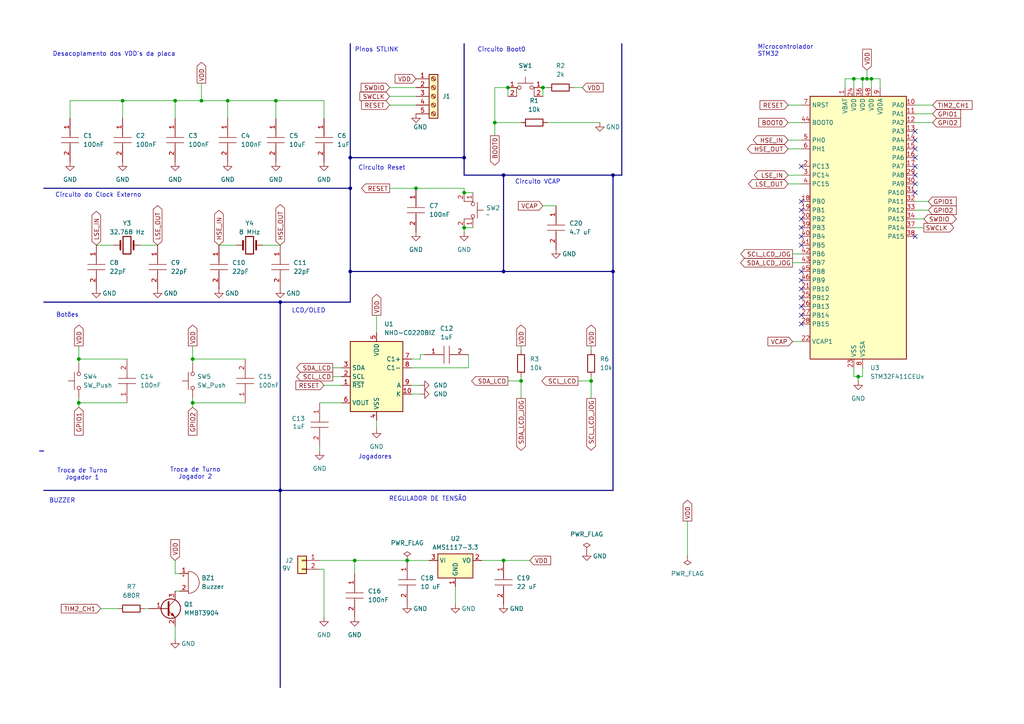
<source format=kicad_sch>
(kicad_sch (version 20231120) (generator "eeschema") (generator_version "8.0")
  (paper "A4")
  (lib_symbols
    (symbol "C0402C101KCGACAUTO:C0402C101KCGACAUTO" (pin_names (offset 0.762))
      (property "Reference" "C" (at 8.89 6.35 0))
      (property "Value" "C0402C101KCGACAUTO" (at 8.89 3.81 0))
      (symbol "C0402C101KCGACAUTO_0_0"
        (pin passive line (at 0 0 0) (length 5.08) (name "~") (number "1"))
        (pin passive line (at 12.7 0 180) (length 5.08) (name "~") (number "2"))
      )
    )
    (symbol "Connector:Screw_Terminal_01x05" (pin_names (offset 1.016) hide)
      (property "Reference" "J" (at 0 7.62 0))
      (property "Value" "Screw_Terminal_01x05" (at 0 -7.62 0))
      (symbol "Screw_Terminal_01x05_1_1"
        (pin passive line (at -5.08 5.08 0) (length 3.81) (name "Pin_1") (number "1"))
        (pin passive line (at -5.08 2.54 0) (length 3.81) (name "Pin_2") (number "2"))
        (pin passive line (at -5.08 0 0) (length 3.81) (name "Pin_3") (number "3"))
        (pin passive line (at -5.08 -2.54 0) (length 3.81) (name "Pin_4") (number "4"))
        (pin passive line (at -5.08 -5.08 0) (length 3.81) (name "Pin_5") (number "5"))
      )
    )
    (symbol "Connector_Generic:Conn_01x02" (pin_names (offset 1.016) hide)
      (property "Reference" "J" (at 0 2.54 0))
      (property "Value" "Conn_01x02" (at 0 -5.08 0))
      (symbol "Conn_01x02_1_1"
        (pin passive line (at -5.08 0 0) (length 3.81) (name "Pin_1") (number "1"))
        (pin passive line (at -5.08 -2.54 0) (length 3.81) (name "Pin_2") (number "2"))
      )
    )
    (symbol "Device:Buzzer" (pin_names (offset 0.0254) hide)
      (property "Reference" "BZ" (at 3.81 1.27 0))
      (property "Value" "Buzzer" (at 3.81 -1.27 0))
      (symbol "Buzzer_1_1"
        (pin passive line (at -2.54 2.54 0) (length 2.54) (name "+") (number "1"))
        (pin passive line (at -2.54 -2.54 0) (length 2.54) (name "-") (number "2"))
      )
    )
    (symbol "Device:Crystal" (pin_numbers hide) (pin_names (offset 1.016) hide)
      (property "Reference" "Y" (at 0 3.81 0))
      (property "Value" "Crystal" (at 0 -3.81 0))
      (symbol "Crystal_1_1"
        (pin passive line (at -3.81 0 0) (length 1.27) (name "1") (number "1"))
        (pin passive line (at 3.81 0 180) (length 1.27) (name "2") (number "2"))
      )
    )
    (symbol "Device:R" (pin_numbers hide) (pin_names (offset 0))
      (property "Reference" "R" (at 2.032 0 90))
      (property "Value" "R" (at 0 0 90))
      (symbol "R_1_1"
        (pin passive line (at 0 3.81 270) (length 1.27) (name "~") (number "1"))
        (pin passive line (at 0 -3.81 90) (length 1.27) (name "~") (number "2"))
      )
    )
    (symbol "Display_Character:NHD-C0220BIZ"
      (property "Reference" "U" (at -6.35 11.43 0))
      (property "Value" "NHD-C0220BIZ" (at 8.89 11.43 0))
      (symbol "NHD-C0220BIZ_1_1"
        (pin input line (at -10.16 -2.54 0) (length 2.54) (name "~{RST}") (number "1"))
        (pin passive line (at 10.16 -5.08 180) (length 2.54) (name "K") (number "10"))
        (pin input line (at -10.16 0 0) (length 2.54) (name "SCL") (number "2"))
        (pin bidirectional line (at -10.16 2.54 0) (length 2.54) (name "SDA") (number "3"))
        (pin power_in line (at 0 -12.7 90) (length 2.54) (name "VSS") (number "4"))
        (pin power_in line (at 0 12.7 270) (length 2.54) (name "VDD") (number "5"))
        (pin passive line (at -10.16 -7.62 0) (length 2.54) (name "VOUT") (number "6"))
        (pin passive line (at 10.16 5.08 180) (length 2.54) (name "C1+") (number "7"))
        (pin passive line (at 10.16 2.54 180) (length 2.54) (name "C1-") (number "8"))
        (pin passive line (at 10.16 -2.54 180) (length 2.54) (name "A") (number "9"))
      )
    )
    (symbol "MCU_ST_STM32F4:STM32F411CEUx"
      (property "Reference" "U" (at -12.7 39.37 0))
      (property "Value" "STM32F411CEUx" (at 10.16 39.37 0))
      (symbol "STM32F411CEUx_1_1"
        (pin power_in line (at -2.54 40.64 270) (length 2.54) (name "VBAT") (number "1"))
        (pin bidirectional line (at 17.78 35.56 180) (length 2.54) (name "PA0") (number "10"))
        (pin bidirectional line (at 17.78 33.02 180) (length 2.54) (name "PA1") (number "11"))
        (pin bidirectional line (at 17.78 30.48 180) (length 2.54) (name "PA2") (number "12"))
        (pin bidirectional line (at 17.78 27.94 180) (length 2.54) (name "PA3") (number "13"))
        (pin bidirectional line (at 17.78 25.4 180) (length 2.54) (name "PA4") (number "14"))
        (pin bidirectional line (at 17.78 22.86 180) (length 2.54) (name "PA5") (number "15"))
        (pin bidirectional line (at 17.78 20.32 180) (length 2.54) (name "PA6") (number "16"))
        (pin bidirectional line (at 17.78 17.78 180) (length 2.54) (name "PA7") (number "17"))
        (pin bidirectional line (at -15.24 7.62 0) (length 2.54) (name "PB0") (number "18"))
        (pin bidirectional line (at -15.24 5.08 0) (length 2.54) (name "PB1") (number "19"))
        (pin bidirectional line (at -15.24 17.78 0) (length 2.54) (name "PC13") (number "2"))
        (pin bidirectional line (at -15.24 2.54 0) (length 2.54) (name "PB2") (number "20"))
        (pin bidirectional line (at -15.24 -17.78 0) (length 2.54) (name "PB10") (number "21"))
        (pin power_out line (at -15.24 -33.02 0) (length 2.54) (name "VCAP1") (number "22"))
        (pin power_in line (at 0 -40.64 90) (length 2.54) (name "VSS") (number "23"))
        (pin power_in line (at 0 40.64 270) (length 2.54) (name "VDD") (number "24"))
        (pin bidirectional line (at -15.24 -20.32 0) (length 2.54) (name "PB12") (number "25"))
        (pin bidirectional line (at -15.24 -22.86 0) (length 2.54) (name "PB13") (number "26"))
        (pin bidirectional line (at -15.24 -25.4 0) (length 2.54) (name "PB14") (number "27"))
        (pin bidirectional line (at -15.24 -27.94 0) (length 2.54) (name "PB15") (number "28"))
        (pin bidirectional line (at 17.78 15.24 180) (length 2.54) (name "PA8") (number "29"))
        (pin bidirectional line (at -15.24 15.24 0) (length 2.54) (name "PC14") (number "3"))
        (pin bidirectional line (at 17.78 12.7 180) (length 2.54) (name "PA9") (number "30"))
        (pin bidirectional line (at 17.78 10.16 180) (length 2.54) (name "PA10") (number "31"))
        (pin bidirectional line (at 17.78 7.62 180) (length 2.54) (name "PA11") (number "32"))
        (pin bidirectional line (at 17.78 5.08 180) (length 2.54) (name "PA12") (number "33"))
        (pin bidirectional line (at 17.78 2.54 180) (length 2.54) (name "PA13") (number "34"))
        (pin passive line (at 0 -40.64 90) (length 2.54) hide (name "VSS") (number "35"))
        (pin power_in line (at 2.54 40.64 270) (length 2.54) (name "VDD") (number "36"))
        (pin bidirectional line (at 17.78 0 180) (length 2.54) (name "PA14") (number "37"))
        (pin bidirectional line (at 17.78 -2.54 180) (length 2.54) (name "PA15") (number "38"))
        (pin bidirectional line (at -15.24 0 0) (length 2.54) (name "PB3") (number "39"))
        (pin bidirectional line (at -15.24 12.7 0) (length 2.54) (name "PC15") (number "4"))
        (pin bidirectional line (at -15.24 -2.54 0) (length 2.54) (name "PB4") (number "40"))
        (pin bidirectional line (at -15.24 -5.08 0) (length 2.54) (name "PB5") (number "41"))
        (pin bidirectional line (at -15.24 -7.62 0) (length 2.54) (name "PB6") (number "42"))
        (pin bidirectional line (at -15.24 -10.16 0) (length 2.54) (name "PB7") (number "43"))
        (pin input line (at -15.24 30.48 0) (length 2.54) (name "BOOT0") (number "44"))
        (pin bidirectional line (at -15.24 -12.7 0) (length 2.54) (name "PB8") (number "45"))
        (pin bidirectional line (at -15.24 -15.24 0) (length 2.54) (name "PB9") (number "46"))
        (pin passive line (at 0 -40.64 90) (length 2.54) hide (name "VSS") (number "47"))
        (pin power_in line (at 5.08 40.64 270) (length 2.54) (name "VDD") (number "48"))
        (pin passive line (at 0 -40.64 90) (length 2.54) hide (name "VSS") (number "49"))
        (pin bidirectional line (at -15.24 25.4 0) (length 2.54) (name "PH0") (number "5"))
        (pin bidirectional line (at -15.24 22.86 0) (length 2.54) (name "PH1") (number "6"))
        (pin input line (at -15.24 35.56 0) (length 2.54) (name "NRST") (number "7"))
        (pin power_in line (at 2.54 -40.64 90) (length 2.54) (name "VSSA") (number "8"))
        (pin power_in line (at 7.62 40.64 270) (length 2.54) (name "VDDA") (number "9"))
      )
    )
    (symbol "Regulator_Linear:AMS1117-3.3"
      (property "Reference" "U" (at -3.81 3.175 0))
      (property "Value" "AMS1117-3.3" (at 0 3.175 0))
      (symbol "AMS1117-3.3_1_1"
        (pin power_in line (at 0 -7.62 90) (length 2.54) (name "GND") (number "1"))
        (pin power_out line (at 7.62 0 180) (length 2.54) (name "VO") (number "2"))
        (pin power_in line (at -7.62 0 0) (length 2.54) (name "VI") (number "3"))
      )
    )
    (symbol "Switch:SW_MEC_5E" (pin_names (offset 1.016) hide)
      (property "Reference" "SW" (at 0.635 5.715 0))
      (property "Value" "SW_MEC_5E" (at 0 -3.175 0))
      (symbol "SW_MEC_5E_0_1"
        (pin passive line (at -5.08 2.54 0) (length 2.54) (name "1") (number "1"))
        (pin passive line (at -5.08 0 0) (length 2.54) (name "2") (number "2"))
      )
      (symbol "SW_MEC_5E_1_1"
        (pin passive line (at 5.08 2.54 180) (length 2.54) (name "A") (number "1"))
        (pin passive line (at 5.08 0 180) (length 2.54) (name "K") (number "2"))
      )
    )
    (symbol "Switch:SW_Push" (pin_numbers hide) (pin_names (offset 1.016) hide)
      (property "Reference" "SW" (at 1.27 2.54 0))
      (property "Value" "SW_Push" (at 0 -1.524 0))
      (symbol "SW_Push_0_1"
        (pin passive line (at -5.08 0 0) (length 2.54) (name "1") (number "1"))
        (pin passive line (at 5.08 0 180) (length 2.54) (name "2") (number "2"))
      )
    )
    (symbol "Transistor_BJT:MMBT3904" (pin_names (offset 0) hide)
      (property "Reference" "Q" (at 5.08 1.905 0))
      (property "Value" "MMBT3904" (at 5.08 0 0))
      (symbol "MMBT3904_1_1"
        (pin input line (at -5.08 0 0) (length 5.715) (name "B") (number "1"))
        (pin passive line (at 2.54 -5.08 90) (length 2.54) (name "E") (number "2"))
        (pin passive line (at 2.54 5.08 270) (length 2.54) (name "C") (number "3"))
      )
    )
    (symbol "power:GND" (power) (pin_names (offset 0))
      (property "Value" "GND" (at 0 -3.81 0))
      (symbol "GND_1_1"
        (pin power_in line (at 0 0 270) (length 0) hide (name "GND") (number "1"))
      )
    )
    (symbol "power:PWR_FLAG" (power) (pin_numbers hide) (pin_names (offset 0) hide)
      (property "Value" "PWR_FLAG" (at 0 3.81 0))
      (symbol "PWR_FLAG_0_0"
        (pin power_out line (at 0 0 90) (length 0) (name "~") (number "1"))
      )
    )
  )
  (junction (at 250.19 22.86))
  (junction (at 251.46 22.86))
  (junction (at 177.8 78.74))
  (junction (at 80.01 29.21))
  (junction (at 157.48 25.4))
  (junction (at 58.42 29.21))
  (junction (at 146.05 162.56))
  (junction (at 247.65 22.86))
  (junction (at 120.65 54.61))
  (junction (at 101.6 54.61))
  (junction (at 66.04 29.21))
  (junction (at 134.62 66.04))
  (junction (at 147.32 25.4))
  (junction (at 134.62 55.88))
  (junction (at 248.92 109.22))
  (junction (at 146.05 78.74))
  (junction (at 101.6 78.74))
  (junction (at 81.28 87.63))
  (junction (at 55.88 116.84))
  (junction (at 177.8 50.8))
  (junction (at 81.28 142.24))
  (junction (at 22.86 104.14))
  (junction (at 22.86 116.84))
  (junction (at 252.73 22.86))
  (junction (at 50.8 29.21))
  (junction (at 171.45 110.49))
  (junction (at 101.6 45.72))
  (junction (at 134.62 45.72))
  (junction (at 35.56 29.21))
  (junction (at 143.51 35.56))
  (junction (at 118.11 162.56))
  (junction (at 146.05 50.8))
  (junction (at 151.13 110.49))
  (junction (at 55.88 104.14))
  (junction (at 102.87 162.56))
  (no_connect (at 265.43 68.58))
  (no_connect (at 232.41 63.5))
  (no_connect (at 232.41 71.12))
  (no_connect (at 265.43 40.64))
  (no_connect (at 232.41 60.96))
  (no_connect (at 232.41 86.36))
  (no_connect (at 265.43 38.1))
  (no_connect (at 232.41 93.98))
  (no_connect (at 265.43 55.88))
  (no_connect (at 232.41 81.28))
  (no_connect (at 232.41 88.9))
  (no_connect (at 232.41 58.42))
  (no_connect (at 232.41 78.74))
  (no_connect (at 265.43 48.26))
  (no_connect (at 265.43 43.18))
  (no_connect (at 232.41 68.58))
  (no_connect (at 232.41 48.26))
  (no_connect (at 265.43 53.34))
  (no_connect (at 265.43 50.8))
  (no_connect (at 232.41 83.82))
  (no_connect (at 265.43 45.72))
  (no_connect (at 232.41 91.44))
  (no_connect (at 232.41 66.04))
  (wire (pts (xy 121.92 102.87) (xy 123.19 102.87)))
  (wire (pts (xy 151.13 110.49) (xy 147.32 110.49)))
  (wire (pts (xy 199.39 151.13) (xy 199.39 161.29)))
  (bus (pts (xy 81.28 87.63) (xy 101.6 87.63)))
  (wire (pts (xy 146.05 162.56) (xy 153.67 162.56)))
  (bus (pts (xy 12.7 54.61) (xy 101.6 54.61)))
  (bus (pts (xy 101.6 78.74) (xy 146.05 78.74)))
  (wire (pts (xy 250.19 25.4) (xy 250.19 22.86)))
  (wire (pts (xy 120.65 25.4) (xy 113.03 25.4)))
  (wire (pts (xy 92.71 165.1) (xy 93.98 165.1)))
  (wire (pts (xy 22.86 116.84) (xy 36.83 116.84)))
  (bus (pts (xy 134.62 50.8) (xy 134.62 45.72)))
  (polyline (pts (xy 11.43 130.81) (xy 12.7 130.81)))
  (wire (pts (xy 248.92 109.22) (xy 248.92 110.49)))
  (wire (pts (xy 119.38 111.76) (xy 121.92 111.76)))
  (wire (pts (xy 119.38 114.3) (xy 121.92 114.3)))
  (wire (pts (xy 171.45 109.22) (xy 171.45 110.49)))
  (bus (pts (xy 81.28 142.24) (xy 81.28 199.39)))
  (wire (pts (xy 229.87 76.2) (xy 232.41 76.2)))
  (wire (pts (xy 50.8 181.61) (xy 50.8 185.42)))
  (wire (pts (xy 92.71 129.54) (xy 92.71 130.81)))
  (bus (pts (xy 12.7 142.24) (xy 81.28 142.24)))
  (bus (pts (xy 101.6 78.74) (xy 101.6 87.63)))
  (wire (pts (xy 22.86 116.84) (xy 22.86 118.11)))
  (wire (pts (xy 252.73 25.4) (xy 252.73 22.86)))
  (wire (pts (xy 50.8 162.56) (xy 50.8 166.37)))
  (bus (pts (xy 146.05 78.74) (xy 177.8 78.74)))
  (wire (pts (xy 158.75 35.56) (xy 173.99 35.56)))
  (wire (pts (xy 109.22 91.44) (xy 109.22 96.52)))
  (wire (pts (xy 119.38 106.68) (xy 135.89 106.68)))
  (wire (pts (xy 229.87 99.06) (xy 232.41 99.06)))
  (wire (pts (xy 255.27 25.4) (xy 255.27 22.86)))
  (wire (pts (xy 92.71 162.56) (xy 102.87 162.56)))
  (bus (pts (xy 101.6 45.72) (xy 134.62 45.72)))
  (wire (pts (xy 22.86 104.14) (xy 36.83 104.14)))
  (wire (pts (xy 35.56 29.21) (xy 20.32 29.21)))
  (wire (pts (xy 92.71 116.84) (xy 99.06 116.84)))
  (wire (pts (xy 143.51 35.56) (xy 143.51 25.4)))
  (polyline (pts (xy 11.43 130.81) (xy 12.7 130.81)))
  (wire (pts (xy 80.01 34.29) (xy 80.01 29.21)))
  (wire (pts (xy 50.8 29.21) (xy 58.42 29.21)))
  (wire (pts (xy 134.62 55.88) (xy 137.16 55.88)))
  (bus (pts (xy 101.6 12.7) (xy 101.6 45.72)))
  (wire (pts (xy 265.43 35.56) (xy 270.51 35.56)))
  (wire (pts (xy 265.43 60.96) (xy 269.24 60.96)))
  (wire (pts (xy 267.97 63.5) (xy 265.43 63.5)))
  (wire (pts (xy 93.98 34.29) (xy 93.98 29.21)))
  (wire (pts (xy 93.98 165.1) (xy 93.98 179.07)))
  (wire (pts (xy 247.65 106.68) (xy 247.65 109.22)))
  (wire (pts (xy 29.21 176.53) (xy 34.29 176.53)))
  (wire (pts (xy 27.94 71.12) (xy 33.02 71.12)))
  (bus (pts (xy 134.62 50.8) (xy 146.05 50.8)))
  (wire (pts (xy 20.32 29.21) (xy 20.32 34.29)))
  (wire (pts (xy 40.64 71.12) (xy 45.72 71.12)))
  (wire (pts (xy 134.62 66.04) (xy 137.16 66.04)))
  (wire (pts (xy 102.87 162.56) (xy 102.87 166.37)))
  (wire (pts (xy 80.01 29.21) (xy 66.04 29.21)))
  (wire (pts (xy 113.03 30.48) (xy 120.65 30.48)))
  (wire (pts (xy 252.73 22.86) (xy 255.27 22.86)))
  (wire (pts (xy 251.46 20.32) (xy 251.46 22.86)))
  (wire (pts (xy 265.43 58.42) (xy 269.24 58.42)))
  (wire (pts (xy 228.6 53.34) (xy 232.41 53.34)))
  (wire (pts (xy 120.65 27.94) (xy 113.03 27.94)))
  (wire (pts (xy 228.6 43.18) (xy 232.41 43.18)))
  (wire (pts (xy 250.19 106.68) (xy 250.19 109.22)))
  (polyline (pts (xy 11.43 130.81) (xy 12.7 130.81)))
  (wire (pts (xy 22.86 115.57) (xy 22.86 116.84)))
  (wire (pts (xy 171.45 100.33) (xy 171.45 101.6)))
  (wire (pts (xy 55.88 104.14) (xy 55.88 105.41)))
  (wire (pts (xy 245.11 25.4) (xy 245.11 22.86)))
  (wire (pts (xy 229.87 73.66) (xy 232.41 73.66)))
  (wire (pts (xy 157.48 25.4) (xy 157.48 27.94)))
  (wire (pts (xy 132.08 170.18) (xy 132.08 175.26)))
  (wire (pts (xy 55.88 116.84) (xy 55.88 118.11)))
  (wire (pts (xy 134.62 55.88) (xy 134.62 54.61)))
  (wire (pts (xy 96.52 106.68) (xy 99.06 106.68)))
  (wire (pts (xy 151.13 110.49) (xy 151.13 115.57)))
  (wire (pts (xy 143.51 39.37) (xy 143.51 35.56)))
  (wire (pts (xy 228.6 50.8) (xy 232.41 50.8)))
  (wire (pts (xy 228.6 40.64) (xy 232.41 40.64)))
  (wire (pts (xy 134.62 66.04) (xy 134.62 67.31)))
  (wire (pts (xy 102.87 162.56) (xy 118.11 162.56)))
  (wire (pts (xy 121.92 102.87) (xy 121.92 104.14)))
  (wire (pts (xy 166.37 25.4) (xy 168.91 25.4)))
  (wire (pts (xy 228.6 35.56) (xy 232.41 35.56)))
  (wire (pts (xy 134.62 54.61) (xy 120.65 54.61)))
  (wire (pts (xy 41.91 176.53) (xy 43.18 176.53)))
  (wire (pts (xy 58.42 29.21) (xy 66.04 29.21)))
  (wire (pts (xy 157.48 25.4) (xy 158.75 25.4)))
  (wire (pts (xy 151.13 109.22) (xy 151.13 110.49)))
  (wire (pts (xy 22.86 100.33) (xy 22.86 104.14)))
  (wire (pts (xy 157.48 59.69) (xy 161.29 59.69)))
  (wire (pts (xy 55.88 115.57) (xy 55.88 116.84)))
  (wire (pts (xy 81.28 71.12) (xy 76.2 71.12)))
  (wire (pts (xy 55.88 116.84) (xy 71.12 116.84)))
  (wire (pts (xy 147.32 25.4) (xy 147.32 27.94)))
  (bus (pts (xy 146.05 50.8) (xy 177.8 50.8)))
  (wire (pts (xy 35.56 29.21) (xy 50.8 29.21)))
  (wire (pts (xy 171.45 110.49) (xy 171.45 115.57)))
  (wire (pts (xy 250.19 22.86) (xy 251.46 22.86)))
  (wire (pts (xy 121.92 104.14) (xy 119.38 104.14)))
  (wire (pts (xy 93.98 29.21) (xy 80.01 29.21)))
  (wire (pts (xy 248.92 109.22) (xy 247.65 109.22)))
  (wire (pts (xy 143.51 35.56) (xy 151.13 35.56)))
  (wire (pts (xy 228.6 30.48) (xy 232.41 30.48)))
  (bus (pts (xy 81.28 87.63) (xy 81.28 142.24)))
  (bus (pts (xy 180.34 12.7) (xy 180.34 50.8)))
  (wire (pts (xy 118.11 162.56) (xy 124.46 162.56)))
  (wire (pts (xy 139.7 162.56) (xy 146.05 162.56)))
  (wire (pts (xy 35.56 34.29) (xy 35.56 29.21)))
  (bus (pts (xy 101.6 45.72) (xy 101.6 54.61)))
  (wire (pts (xy 247.65 22.86) (xy 250.19 22.86)))
  (wire (pts (xy 96.52 109.22) (xy 99.06 109.22)))
  (bus (pts (xy 177.8 50.8) (xy 180.34 50.8)))
  (wire (pts (xy 135.89 106.68) (xy 135.89 102.87)))
  (wire (pts (xy 151.13 100.33) (xy 151.13 101.6)))
  (wire (pts (xy 109.22 124.46) (xy 109.22 121.92)))
  (wire (pts (xy 50.8 171.45) (xy 52.07 171.45)))
  (bus (pts (xy 134.62 12.7) (xy 134.62 45.72)))
  (wire (pts (xy 50.8 166.37) (xy 52.07 166.37)))
  (bus (pts (xy 177.8 78.74) (xy 177.8 142.24)))
  (bus (pts (xy 177.8 50.8) (xy 177.8 78.74)))
  (wire (pts (xy 267.97 66.04) (xy 265.43 66.04)))
  (bus (pts (xy 101.6 54.61) (xy 101.6 78.74)))
  (wire (pts (xy 63.5 71.12) (xy 68.58 71.12)))
  (wire (pts (xy 247.65 25.4) (xy 247.65 22.86)))
  (wire (pts (xy 265.43 30.48) (xy 270.51 30.48)))
  (bus (pts (xy 81.28 142.24) (xy 177.8 142.24)))
  (wire (pts (xy 93.98 111.76) (xy 99.06 111.76)))
  (wire (pts (xy 171.45 110.49) (xy 167.64 110.49)))
  (wire (pts (xy 55.88 104.14) (xy 71.12 104.14)))
  (wire (pts (xy 22.86 104.14) (xy 22.86 105.41)))
  (bus (pts (xy 12.7 87.63) (xy 81.28 87.63)))
  (wire (pts (xy 245.11 22.86) (xy 247.65 22.86)))
  (bus (pts (xy 146.05 50.8) (xy 146.05 78.74)))
  (wire (pts (xy 58.42 24.13) (xy 58.42 29.21)))
  (wire (pts (xy 66.04 34.29) (xy 66.04 29.21)))
  (wire (pts (xy 55.88 100.33) (xy 55.88 104.14)))
  (wire (pts (xy 143.51 25.4) (xy 147.32 25.4)))
  (wire (pts (xy 120.65 54.61) (xy 113.03 54.61)))
  (wire (pts (xy 50.8 34.29) (xy 50.8 29.21)))
  (wire (pts (xy 251.46 22.86) (xy 252.73 22.86)))
  (wire (pts (xy 250.19 109.22) (xy 248.92 109.22)))
  (wire (pts (xy 265.43 33.02) (xy 270.51 33.02)))
  (text "Troca de Turno\nJogador 2\n\n\n\n\n\n" (at 56.642 142.494 0) (effects (font (size 1.27 1.27))))
  (text "Microcontrolador\nSTM32\n" (at 219.71 16.51 0) (effects (font (size 1.27 1.27)) (justify left bottom)))
  (text "Botões\n\n" (at 16.256 94.234 0) (effects (font (size 1.27 1.27)) (justify left bottom)))
  (text "Circuito Boot0\n" (at 138.43 15.24 0) (effects (font (size 1.27 1.27)) (justify left bottom)))
  (text "Pinos STLINK\n" (at 102.87 15.24 0) (effects (font (size 1.27 1.27)) (justify left bottom)))
  (text "Circuito Reset\n" (at 103.886 49.53 0) (effects (font (size 1.27 1.27)) (justify left bottom)))
  (text "Circuito VCAP\n\n" (at 149.352 55.626 0) (effects (font (size 1.27 1.27)) (justify left bottom)))
  (text "LCD/OLED\n" (at 84.582 90.932 0) (effects (font (size 1.27 1.27)) (justify left bottom)))
  (text "Troca de Turno\nJogador 1\n\n\n\n\n\n\n" (at 23.876 143.764 0) (effects (font (size 1.27 1.27))))
  (text "Desacoplamento dos VDD's da placa\n" (at 15.24 16.51 0) (effects (font (size 1.27 1.27)) (justify left bottom)))
  (text "Jogadores\n\n\n" (at 103.886 137.414 0) (effects (font (size 1.27 1.27)) (justify left bottom)))
  (text "BUZZER" (at 14.224 146.05 0) (effects (font (size 1.27 1.27)) (justify left bottom)))
  (text "REGULADOR DE TENSÂO" (at 112.776 145.542 0) (effects (font (size 1.27 1.27)) (justify left bottom)))
  (text "Circuito do Clock Externo\n\n" (at 16.002 59.436 0) (effects (font (size 1.27 1.27)) (justify left bottom)))
  (global_label "GPIO1" (shape input) (at 22.86 118.11 270) (property "Intersheetrefs" "${INTERSHEET_REFS}" (effects (hide yes))))
  (global_label "VDD" (shape input) (at 168.91 25.4 0) (property "Intersheetrefs" "${INTERSHEET_REFS}" (effects (hide yes))))
  (global_label "SWCLK" (shape input) (at 113.03 27.94 180) (property "Intersheetrefs" "${INTERSHEET_REFS}" (effects (hide yes))))
  (global_label "HSE_IN" (shape bidirectional) (at 63.5 71.12 90) (property "Intersheetrefs" "${INTERSHEET_REFS}" (effects (hide yes))))
  (global_label "VDD" (shape input) (at 153.67 162.56 0) (property "Intersheetrefs" "${INTERSHEET_REFS}" (effects (hide yes))))
  (global_label "LSE_IN" (shape bidirectional) (at 228.6 50.8 180) (property "Intersheetrefs" "${INTERSHEET_REFS}" (effects (hide yes))))
  (global_label "GPIO2" (shape input) (at 270.51 35.56 0) (property "Intersheetrefs" "${INTERSHEET_REFS}" (effects (hide yes))))
  (global_label "BOOT0" (shape output) (at 143.51 39.37 270) (property "Intersheetrefs" "${INTERSHEET_REFS}" (effects (hide yes))))
  (global_label "SCL_LCD" (shape output) (at 167.64 110.49 180) (property "Intersheetrefs" "${INTERSHEET_REFS}" (effects (hide yes))))
  (global_label "VCAP" (shape input) (at 229.87 99.06 180) (property "Intersheetrefs" "${INTERSHEET_REFS}" (effects (hide yes))))
  (global_label "VDD" (shape output) (at 22.86 100.33 90) (property "Intersheetrefs" "${INTERSHEET_REFS}" (effects (hide yes))))
  (global_label "TIM2_CH1" (shape input) (at 29.21 176.53 180) (property "Intersheetrefs" "${INTERSHEET_REFS}" (effects (hide yes))))
  (global_label "LSE_IN" (shape bidirectional) (at 27.94 71.12 90) (property "Intersheetrefs" "${INTERSHEET_REFS}" (effects (hide yes))))
  (global_label "HSE_OUT" (shape bidirectional) (at 81.28 71.12 90) (property "Intersheetrefs" "${INTERSHEET_REFS}" (effects (hide yes))))
  (global_label "GPIO2" (shape input) (at 269.24 60.96 0) (property "Intersheetrefs" "${INTERSHEET_REFS}" (effects (hide yes))))
  (global_label "VDD" (shape output) (at 199.39 151.13 90) (property "Intersheetrefs" "${INTERSHEET_REFS}" (effects (hide yes))))
  (global_label "RESET" (shape output) (at 113.03 54.61 180) (property "Intersheetrefs" "${INTERSHEET_REFS}" (effects (hide yes))))
  (global_label "LSE_OUT" (shape bidirectional) (at 45.72 71.12 90) (property "Intersheetrefs" "${INTERSHEET_REFS}" (effects (hide yes))))
  (global_label "SWDIO" (shape bidirectional) (at 267.97 63.5 0) (property "Intersheetrefs" "${INTERSHEET_REFS}" (effects (hide yes))))
  (global_label "RESET" (shape input) (at 93.98 111.76 180) (property "Intersheetrefs" "${INTERSHEET_REFS}" (effects (hide yes))))
  (global_label "SCL_LCD_JOG" (shape output) (at 171.45 115.57 270) (property "Intersheetrefs" "${INTERSHEET_REFS}" (effects (hide yes))))
  (global_label "HSE_OUT" (shape bidirectional) (at 228.6 43.18 180) (property "Intersheetrefs" "${INTERSHEET_REFS}" (effects (hide yes))))
  (global_label "RESET" (shape input) (at 113.03 30.48 180) (property "Intersheetrefs" "${INTERSHEET_REFS}" (effects (hide yes))))
  (global_label "GPIO2" (shape input) (at 55.88 118.11 270) (property "Intersheetrefs" "${INTERSHEET_REFS}" (effects (hide yes))))
  (global_label "SCL_LCD" (shape output) (at 96.52 109.22 180) (property "Intersheetrefs" "${INTERSHEET_REFS}" (effects (hide yes))))
  (global_label "BOOT0" (shape input) (at 228.6 35.56 180) (property "Intersheetrefs" "${INTERSHEET_REFS}" (effects (hide yes))))
  (global_label "HSE_IN" (shape bidirectional) (at 228.6 40.64 180) (property "Intersheetrefs" "${INTERSHEET_REFS}" (effects (hide yes))))
  (global_label "RESET" (shape input) (at 228.6 30.48 180) (property "Intersheetrefs" "${INTERSHEET_REFS}" (effects (hide yes))))
  (global_label "SDA_LCD_JOG" (shape output) (at 229.87 76.2 180) (property "Intersheetrefs" "${INTERSHEET_REFS}" (effects (hide yes))))
  (global_label "VDD" (shape output) (at 109.22 91.44 90) (property "Intersheetrefs" "${INTERSHEET_REFS}" (effects (hide yes))))
  (global_label "SWDIO" (shape input) (at 113.03 25.4 180) (property "Intersheetrefs" "${INTERSHEET_REFS}" (effects (hide yes))))
  (global_label "VDD" (shape input) (at 251.46 20.32 90) (property "Intersheetrefs" "${INTERSHEET_REFS}" (effects (hide yes))))
  (global_label "GPIO1" (shape input) (at 269.24 58.42 0) (property "Intersheetrefs" "${INTERSHEET_REFS}" (effects (hide yes))))
  (global_label "TIM2_CH1" (shape input) (at 270.51 30.48 0) (property "Intersheetrefs" "${INTERSHEET_REFS}" (effects (hide yes))))
  (global_label "SDA_LCD" (shape output) (at 96.52 106.68 180) (property "Intersheetrefs" "${INTERSHEET_REFS}" (effects (hide yes))))
  (global_label "SCL_LCD_JOG" (shape output) (at 229.87 73.66 180) (property "Intersheetrefs" "${INTERSHEET_REFS}" (effects (hide yes))))
  (global_label "SWCLK" (shape output) (at 267.97 66.04 0) (property "Intersheetrefs" "${INTERSHEET_REFS}" (effects (hide yes))))
  (global_label "VDD" (shape output) (at 151.13 100.33 90) (property "Intersheetrefs" "${INTERSHEET_REFS}" (effects (hide yes))))
  (global_label "SDA_LCD_JOG" (shape output) (at 151.13 115.57 270) (property "Intersheetrefs" "${INTERSHEET_REFS}" (effects (hide yes))))
  (global_label "VDD" (shape output) (at 171.45 100.33 90) (property "Intersheetrefs" "${INTERSHEET_REFS}" (effects (hide yes))))
  (global_label "GPIO1" (shape input) (at 270.51 33.02 0) (property "Intersheetrefs" "${INTERSHEET_REFS}" (effects (hide yes))))
  (global_label "VDD" (shape input) (at 50.8 162.56 90) (property "Intersheetrefs" "${INTERSHEET_REFS}" (effects (hide yes))))
  (global_label "VDD" (shape input) (at 120.65 22.86 180) (property "Intersheetrefs" "${INTERSHEET_REFS}" (effects (hide yes))))
  (global_label "SDA_LCD" (shape output) (at 147.32 110.49 180) (property "Intersheetrefs" "${INTERSHEET_REFS}" (effects (hide yes))))
  (global_label "VDD" (shape output) (at 55.88 100.33 90) (property "Intersheetrefs" "${INTERSHEET_REFS}" (effects (hide yes))))
  (global_label "LSE_OUT" (shape bidirectional) (at 228.6 53.34 180) (property "Intersheetrefs" "${INTERSHEET_REFS}" (effects (hide yes))))
  (global_label "VCAP" (shape input) (at 157.48 59.69 180) (property "Intersheetrefs" "${INTERSHEET_REFS}" (effects (hide yes))))
  (global_label "VDD" (shape output) (at 58.42 24.13 90) (property "Intersheetrefs" "${INTERSHEET_REFS}" (effects (hide yes))))
  (symbol (lib_id "Device:R") (at 162.56 25.4 90) (unit 1)
    (property "Reference" "R2" (at 162.56 19.05 90))
    (property "Value" "2k" (at 162.56 21.59 90))
    (property "Footprint" "Resistor_SMD:R_0201_0603Metric" (effects (hide yes)))
  )
  (symbol (lib_id "power:GND") (at 63.5 83.82 0) (unit 1)
    (property "Reference" "#PWR021" (effects (hide yes)))
    (property "Value" "GND" (at 67.31 85.09 0))
  )
  (symbol (lib_id "power:PWR_FLAG") (at 170.18 160.02 0) (unit 1)
    (property "Reference" "#FLG02" (effects (hide yes)))
    (property "Value" "PWR_FLAG" (at 170.18 154.94 0))
    (property "Description" "Special symbol for telling ERC where power comes from" (effects (hide yes)))
  )
  (symbol (lib_id "power:GND") (at 161.29 72.39 0) (unit 1)
    (property "Reference" "#PWR017" (effects (hide yes)))
    (property "Value" "GND" (at 165.1 73.66 0))
  )
  (symbol (lib_id "Device:Crystal") (at 72.39 71.12 0) (unit 1)
    (property "Reference" "Y4" (at 72.39 64.77 0))
    (property "Value" "8 MHz" (at 72.39 67.31 0))
    (property "Footprint" "Crystal:Crystal_HC49-4H_Vertical" (effects (hide yes)))
  )
  (symbol (lib_id "power:GND") (at 92.71 130.81 0) (unit 1)
    (property "Reference" "#PWR08" (effects (hide yes)))
    (property "Value" "GND" (at 92.71 135.89 0))
  )
  (symbol (lib_id "power:GND") (at 80.01 46.99 0) (unit 1)
    (property "Reference" "#PWR027" (effects (hide yes)))
    (property "Value" "GND" (at 80.01 52.07 0))
  )
  (symbol (lib_id "Device:Buzzer") (at 54.61 168.91 0) (unit 1)
    (property "Reference" "BZ1" (at 58.42 167.6399 0) (effects (justify left)))
    (property "Value" "Buzzer" (at 58.42 170.1799 0) (effects (justify left)))
    (property "Description" "Buzzer, polarized" (effects (hide yes)))
  )
  (symbol (lib_id "Switch:SW_Push") (at 22.86 110.49 90) (unit 1)
    (property "Reference" "SW4" (at 24.13 109.2199 90) (effects (justify right)))
    (property "Value" "SW_Push" (at 24.13 111.7599 90) (effects (justify right)))
    (property "Description" "Push button switch, generic, two pins" (effects (hide yes)))
  )
  (symbol (lib_id "power:GND") (at 132.08 175.26 0) (unit 1)
    (property "Reference" "#PWR016" (effects (hide yes)))
    (property "Value" "GND" (at 135.89 176.53 0))
  )
  (symbol (lib_id "C0402C101KCGACAUTO:C0402C101KCGACAUTO") (at 50.8 34.29 270) (unit 1)
    (property "Reference" "C3" (at 54.61 39.3699 90) (effects (justify left)))
    (property "Value" "100nF" (at 54.61 41.9099 90) (effects (justify left)))
    (property "Footprint" "CAPC1005X55N" (effects (hide yes)))
    (property "Description" "Multilayer Ceramic Capacitors MLCC - SMD/SMT 500V 0.0001uF C0G 0402 10% AEC-Q200" (effects (hide yes)))
    (property "Height" "0.55" (effects (hide yes)))
    (property "Mouser Part Number" "80-C0402C101KCGAUTO" (effects (hide yes)))
    (property "Mouser Price/Stock" "https://www.mouser.co.uk/ProductDetail/KEMET/C0402C101KCGACAUTO?qs=1Kr7Jg1SGW8kQysZZQPmCw%3D%3D" (effects (hide yes)))
    (property "Manufacturer_Name" "KEMET" (effects (hide yes)))
    (property "Manufacturer_Part_Number" "C0402C101KCGACAUTO" (effects (hide yes)))
  )
  (symbol (lib_id "C0402C101KCGACAUTO:C0402C101KCGACAUTO") (at 80.01 34.29 270) (unit 1)
    (property "Reference" "C5" (at 83.82 39.3699 90) (effects (justify left)))
    (property "Value" "10uF" (at 83.82 41.9099 90) (effects (justify left)))
    (property "Footprint" "CAPC1005X55N" (effects (hide yes)))
    (property "Description" "Multilayer Ceramic Capacitors MLCC - SMD/SMT 500V 0.0001uF C0G 0402 10% AEC-Q200" (effects (hide yes)))
    (property "Height" "0.55" (effects (hide yes)))
    (property "Mouser Part Number" "80-C0402C101KCGAUTO" (effects (hide yes)))
    (property "Mouser Price/Stock" "https://www.mouser.co.uk/ProductDetail/KEMET/C0402C101KCGACAUTO?qs=1Kr7Jg1SGW8kQysZZQPmCw%3D%3D" (effects (hide yes)))
    (property "Manufacturer_Name" "KEMET" (effects (hide yes)))
    (property "Manufacturer_Part_Number" "C0402C101KCGACAUTO" (effects (hide yes)))
  )
  (symbol (lib_id "Device:R") (at 38.1 176.53 90) (unit 1)
    (property "Reference" "R7" (at 38.1 170.18 90))
    (property "Value" "680R" (at 38.1 172.72 90))
    (property "Footprint" "Resistor_SMD:R_0201_0603Metric" (effects (hide yes)))
  )
  (symbol (lib_id "power:GND") (at 50.8 46.99 0) (unit 1)
    (property "Reference" "#PWR025" (effects (hide yes)))
    (property "Value" "GND" (at 50.8 52.07 0))
  )
  (symbol (lib_id "Display_Character:NHD-C0220BIZ") (at 109.22 109.22 0) (unit 1)
    (property "Reference" "U1" (at 111.4141 93.98 0) (effects (justify left)))
    (property "Value" "NHD-C0220BIZ" (at 111.4141 96.52 0) (effects (justify left)))
    (property "Footprint" "Display:NHD-C0220BiZ" (effects (hide yes)))
    (property "Datasheet" "http://www.newhavendisplay.com/specs/NHD-C0220BiZ-FSW-FBW-3V3M.pdf" (effects (hide yes)))
    (property "PN" "202A BC BW" (effects (hide yes)))
    (property "URL" "https://br.mouser.com/ProductDetail/Displaytech/202A-BC-BW?qs=OplyyfyNBA5TTOJB8DsLjg%3D%3D" (effects (hide yes)))
  )
  (symbol (lib_id "power:GND") (at 134.62 67.31 0) (unit 1)
    (property "Reference" "#PWR031" (effects (hide yes)))
    (property "Value" "GND" (at 134.62 72.39 0))
  )
  (symbol (lib_id "power:GND") (at 109.22 124.46 0) (unit 1)
    (property "Reference" "#PWR05" (effects (hide yes)))
    (property "Value" "GND" (at 109.22 129.54 0))
  )
  (symbol (lib_id "power:GND") (at 93.98 46.99 0) (unit 1)
    (property "Reference" "#PWR028" (effects (hide yes)))
    (property "Value" "GND" (at 93.98 52.07 0))
  )
  (symbol (lib_id "Switch:SW_MEC_5E") (at 134.62 60.96 270) (unit 1)
    (property "Reference" "SW2" (at 140.97 60.3249 90) (effects (justify left)))
    (property "Value" "~" (at 140.97 62.23 90) (effects (justify left)))
    (property "Footprint" "Button_Switch_THT:SW_PUSH_6mm" (effects (hide yes)))
    (property "Datasheet" "http://www.apem.com/int/index.php?controller=attachment&id_attachment=1371" (effects (hide yes)))
  )
  (symbol (lib_id "Switch:SW_MEC_5E") (at 152.4 27.94 0) (unit 1)
    (property "Reference" "SW1" (at 152.4 19.05 0))
    (property "Value" "~" (at 152.4 20.32 0))
    (property "Footprint" "Button_Switch_THT:SW_PUSH_6mm" (effects (hide yes)))
    (property "Datasheet" "http://www.apem.com/int/index.php?controller=attachment&id_attachment=1371" (effects (hide yes)))
  )
  (symbol (lib_id "C0402C101KCGACAUTO:C0402C101KCGACAUTO") (at 20.32 34.29 270) (unit 1)
    (property "Reference" "C1" (at 24.13 39.3699 90) (effects (justify left)))
    (property "Value" "100nF" (at 24.13 41.9099 90) (effects (justify left)))
    (property "Footprint" "CAPC1005X55N" (effects (hide yes)))
    (property "Description" "Multilayer Ceramic Capacitors MLCC - SMD/SMT 500V 0.0001uF C0G 0402 10% AEC-Q200" (effects (hide yes)))
    (property "Height" "0.55" (effects (hide yes)))
    (property "Mouser Part Number" "80-C0402C101KCGAUTO" (effects (hide yes)))
    (property "Mouser Price/Stock" "https://www.mouser.co.uk/ProductDetail/KEMET/C0402C101KCGACAUTO?qs=1Kr7Jg1SGW8kQysZZQPmCw%3D%3D" (effects (hide yes)))
    (property "Manufacturer_Name" "KEMET" (effects (hide yes)))
    (property "Manufacturer_Part_Number" "C0402C101KCGACAUTO" (effects (hide yes)))
  )
  (symbol (lib_id "power:GND") (at 102.87 179.07 0) (unit 1)
    (property "Reference" "#PWR011" (effects (hide yes)))
    (property "Value" "GND" (at 102.87 184.15 0))
  )
  (symbol (lib_id "power:GND") (at 173.99 35.56 0) (unit 1)
    (property "Reference" "#PWR01" (effects (hide yes)))
    (property "Value" "GND" (at 177.8 36.83 0))
  )
  (symbol (lib_id "power:GND") (at 27.94 83.82 0) (unit 1)
    (property "Reference" "#PWR010" (effects (hide yes)))
    (property "Value" "GND" (at 31.75 85.09 0))
  )
  (symbol (lib_id "Switch:SW_Push") (at 55.88 110.49 90) (unit 1)
    (property "Reference" "SW5" (at 57.15 109.2199 90) (effects (justify right)))
    (property "Value" "SW_Push" (at 57.15 111.7599 90) (effects (justify right)))
    (property "Description" "Push button switch, generic, two pins" (effects (hide yes)))
  )
  (symbol (lib_id "C0402C101KCGACAUTO:C0402C101KCGACAUTO") (at 120.65 54.61 270) (unit 1)
    (property "Reference" "C7" (at 124.46 59.6899 90) (effects (justify left)))
    (property "Value" "100nF" (at 124.46 62.2299 90) (effects (justify left)))
    (property "Footprint" "CAPC1005X55N" (effects (hide yes)))
    (property "Description" "Multilayer Ceramic Capacitors MLCC - SMD/SMT 500V 0.0001uF C0G 0402 10% AEC-Q200" (effects (hide yes)))
    (property "Height" "0.55" (effects (hide yes)))
    (property "Mouser Part Number" "80-C0402C101KCGAUTO" (effects (hide yes)))
    (property "Mouser Price/Stock" "https://www.mouser.co.uk/ProductDetail/KEMET/C0402C101KCGACAUTO?qs=1Kr7Jg1SGW8kQysZZQPmCw%3D%3D" (effects (hide yes)))
    (property "Manufacturer_Name" "KEMET" (effects (hide yes)))
    (property "Manufacturer_Part_Number" "C0402C101KCGACAUTO" (effects (hide yes)))
  )
  (symbol (lib_id "Connector_Generic:Conn_01x02") (at 87.63 162.56 0) (mirror y) (unit 1)
    (property "Reference" "J2" (at 85.09 162.5599 0) (effects (justify left)))
    (property "Value" "9V" (at 84.328 164.846 0) (effects (justify left)))
    (property "Description" "Generic connector, single row, 01x02, script generated (kicad-library-utils/schlib/autogen/connector/)" (effects (hide yes)))
  )
  (symbol (lib_id "power:GND") (at 93.98 179.07 0) (unit 1)
    (property "Reference" "#PWR09" (effects (hide yes)))
    (property "Value" "GND" (at 93.98 184.15 0))
  )
  (symbol (lib_id "C0402C101KCGACAUTO:C0402C101KCGACAUTO") (at 146.05 162.56 270) (unit 1)
    (property "Reference" "C19" (at 149.86 167.6399 90) (effects (justify left)))
    (property "Value" "22 uF" (at 149.86 170.1799 90) (effects (justify left)))
    (property "Footprint" "CAPC1005X55N" (effects (hide yes)))
    (property "Description" "Multilayer Ceramic Capacitors MLCC - SMD/SMT 500V 0.0001uF C0G 0402 10% AEC-Q200" (effects (hide yes)))
    (property "Height" "0.55" (effects (hide yes)))
    (property "Mouser Part Number" "80-C0402C101KCGAUTO" (effects (hide yes)))
    (property "Mouser Price/Stock" "https://www.mouser.co.uk/ProductDetail/KEMET/C0402C101KCGACAUTO?qs=1Kr7Jg1SGW8kQysZZQPmCw%3D%3D" (effects (hide yes)))
    (property "Manufacturer_Name" "KEMET" (effects (hide yes)))
    (property "Manufacturer_Part_Number" "C0402C101KCGACAUTO" (effects (hide yes)))
  )
  (symbol (lib_id "C0402C101KCGACAUTO:C0402C101KCGACAUTO") (at 81.28 71.12 270) (unit 1)
    (property "Reference" "C11" (at 85.09 76.1999 90) (effects (justify left)))
    (property "Value" "22pF" (at 85.09 78.7399 90) (effects (justify left)))
    (property "Footprint" "CAPC1005X55N" (effects (hide yes)))
    (property "Description" "Multilayer Ceramic Capacitors MLCC - SMD/SMT 500V 0.0001uF C0G 0402 10% AEC-Q200" (effects (hide yes)))
    (property "Height" "0.55" (effects (hide yes)))
    (property "Mouser Part Number" "80-C0402C101KCGAUTO" (effects (hide yes)))
    (property "Mouser Price/Stock" "https://www.mouser.co.uk/ProductDetail/KEMET/C0402C101KCGACAUTO?qs=1Kr7Jg1SGW8kQysZZQPmCw%3D%3D" (effects (hide yes)))
    (property "Manufacturer_Name" "KEMET" (effects (hide yes)))
    (property "Manufacturer_Part_Number" "C0402C101KCGACAUTO" (effects (hide yes)))
  )
  (symbol (lib_id "C0402C101KCGACAUTO:C0402C101KCGACAUTO") (at 36.83 116.84 90) (unit 1)
    (property "Reference" "C14" (at 40.64 109.2199 90) (effects (justify right)))
    (property "Value" "100nF" (at 40.64 111.7599 90) (effects (justify right)))
    (property "Footprint" "CAPC1005X55N" (effects (hide yes)))
    (property "Description" "Multilayer Ceramic Capacitors MLCC - SMD/SMT 500V 0.0001uF C0G 0402 10% AEC-Q200" (effects (hide yes)))
    (property "Height" "0.55" (effects (hide yes)))
    (property "Mouser Part Number" "80-C0402C101KCGAUTO" (effects (hide yes)))
    (property "Mouser Price/Stock" "https://www.mouser.co.uk/ProductDetail/KEMET/C0402C101KCGACAUTO?qs=1Kr7Jg1SGW8kQysZZQPmCw%3D%3D" (effects (hide yes)))
    (property "Manufacturer_Name" "KEMET" (effects (hide yes)))
    (property "Manufacturer_Part_Number" "C0402C101KCGACAUTO" (effects (hide yes)))
  )
  (symbol (lib_id "power:GND") (at 146.05 175.26 0) (unit 1)
    (property "Reference" "#PWR015" (effects (hide yes)))
    (property "Value" "GND" (at 149.86 176.53 0))
  )
  (symbol (lib_id "C0402C101KCGACAUTO:C0402C101KCGACAUTO") (at 45.72 71.12 270) (unit 1)
    (property "Reference" "C9" (at 49.53 76.1999 90) (effects (justify left)))
    (property "Value" "22pF" (at 49.53 78.7399 90) (effects (justify left)))
    (property "Footprint" "CAPC1005X55N" (effects (hide yes)))
    (property "Description" "Multilayer Ceramic Capacitors MLCC - SMD/SMT 500V 0.0001uF C0G 0402 10% AEC-Q200" (effects (hide yes)))
    (property "Height" "0.55" (effects (hide yes)))
    (property "Mouser Part Number" "80-C0402C101KCGAUTO" (effects (hide yes)))
    (property "Mouser Price/Stock" "https://www.mouser.co.uk/ProductDetail/KEMET/C0402C101KCGACAUTO?qs=1Kr7Jg1SGW8kQysZZQPmCw%3D%3D" (effects (hide yes)))
    (property "Manufacturer_Name" "KEMET" (effects (hide yes)))
    (property "Manufacturer_Part_Number" "C0402C101KCGACAUTO" (effects (hide yes)))
  )
  (symbol (lib_id "power:GND") (at 120.65 67.31 0) (unit 1)
    (property "Reference" "#PWR030" (effects (hide yes)))
    (property "Value" "GND" (at 120.65 72.39 0))
  )
  (symbol (lib_id "power:PWR_FLAG") (at 199.39 161.29 180) (unit 1)
    (property "Reference" "#FLG03" (effects (hide yes)))
    (property "Value" "PWR_FLAG" (at 199.39 166.37 0))
    (property "Description" "Special symbol for telling ERC where power comes from" (effects (hide yes)))
  )
  (symbol (lib_id "power:GND") (at 248.92 110.49 0) (unit 1)
    (property "Reference" "#PWR06" (effects (hide yes)))
    (property "Value" "GND" (at 248.92 115.57 0))
  )
  (symbol (lib_id "power:GND") (at 20.32 46.99 0) (unit 1)
    (property "Reference" "#PWR023" (effects (hide yes)))
    (property "Value" "GND" (at 20.32 52.07 0))
  )
  (symbol (lib_id "C0402C101KCGACAUTO:C0402C101KCGACAUTO") (at 93.98 34.29 270) (unit 1)
    (property "Reference" "C6" (at 97.79 39.3699 90) (effects (justify left)))
    (property "Value" "1uF" (at 97.79 41.9099 90) (effects (justify left)))
    (property "Footprint" "CAPC1005X55N" (effects (hide yes)))
    (property "Description" "Multilayer Ceramic Capacitors MLCC - SMD/SMT 500V 0.0001uF C0G 0402 10% AEC-Q200" (effects (hide yes)))
    (property "Height" "0.55" (effects (hide yes)))
    (property "Mouser Part Number" "80-C0402C101KCGAUTO" (effects (hide yes)))
    (property "Mouser Price/Stock" "https://www.mouser.co.uk/ProductDetail/KEMET/C0402C101KCGACAUTO?qs=1Kr7Jg1SGW8kQysZZQPmCw%3D%3D" (effects (hide yes)))
    (property "Manufacturer_Name" "KEMET" (effects (hide yes)))
    (property "Manufacturer_Part_Number" "C0402C101KCGACAUTO" (effects (hide yes)))
  )
  (symbol (lib_id "C0402C101KCGACAUTO:C0402C101KCGACAUTO") (at 123.19 102.87 0) (unit 1)
    (property "Reference" "C12" (at 129.54 95.25 0))
    (property "Value" "1uF" (at 129.54 97.79 0))
    (property "Footprint" "CAPC1005X55N" (effects (hide yes)))
    (property "Description" "Multilayer Ceramic Capacitors MLCC - SMD/SMT 500V 0.0001uF C0G 0402 10% AEC-Q200" (effects (hide yes)))
    (property "Height" "0.55" (effects (hide yes)))
    (property "Mouser Part Number" "80-C0402C101KCGAUTO" (effects (hide yes)))
    (property "Mouser Price/Stock" "https://www.mouser.co.uk/ProductDetail/KEMET/C0402C101KCGACAUTO?qs=1Kr7Jg1SGW8kQysZZQPmCw%3D%3D" (effects (hide yes)))
    (property "Manufacturer_Name" "KEMET" (effects (hide yes)))
    (property "Manufacturer_Part_Number" "C0402C101KCGACAUTO" (effects (hide yes)))
  )
  (symbol (lib_id "power:GND") (at 121.92 111.76 90) (unit 1)
    (property "Reference" "#PWR07" (effects (hide yes)))
    (property "Value" "GND" (at 125.73 111.7599 90) (effects (justify right)))
  )
  (symbol (lib_id "Device:R") (at 151.13 105.41 180) (unit 1)
    (property "Reference" "R3" (at 153.67 104.1399 0) (effects (justify right)))
    (property "Value" "10k" (at 153.67 106.6799 0) (effects (justify right)))
    (property "Footprint" "Resistor_SMD:R_0201_0603Metric" (effects (hide yes)))
  )
  (symbol (lib_id "Transistor_BJT:MMBT3904") (at 48.26 176.53 0) (unit 1)
    (property "Reference" "Q1" (at 53.34 175.2599 0) (effects (justify left)))
    (property "Value" "MMBT3904" (at 53.34 177.7999 0) (effects (justify left)))
    (property "Footprint" "Package_TO_SOT_SMD:SOT-23" (effects (hide yes)))
    (property "Datasheet" "https://www.onsemi.com/pdf/datasheet/pzt3904-d.pdf" (effects (hide yes)))
    (property "Description" "0.2A Ic, 40V Vce, Small Signal NPN Transistor, SOT-23" (effects (hide yes)))
  )
  (symbol (lib_id "MCU_ST_STM32F4:STM32F411CEUx") (at 247.65 66.04 0) (unit 1)
    (property "Reference" "U3" (at 252.3841 106.68 0) (effects (justify left)))
    (property "Value" "STM32F411CEUx" (at 252.3841 109.22 0) (effects (justify left)))
    (property "Footprint" "Package_DFN_QFN:QFN-48-1EP_7x7mm_P0.5mm_EP5.6x5.6mm" (effects (hide yes)))
    (property "Datasheet" "https://www.st.com/resource/en/datasheet/stm32f411ce.pdf" (effects (hide yes)))
    (property "Description" "STMicroelectronics Arm Cortex-M4 MCU, 512KB flash, 128KB RAM, 100 MHz, 1.7-3.6V, 36 GPIO, UFQFPN48" (effects (hide yes)))
  )
  (symbol (lib_id "power:GND") (at 81.28 83.82 0) (unit 1)
    (property "Reference" "#PWR022" (effects (hide yes)))
    (property "Value" "GND" (at 85.09 85.09 0))
  )
  (symbol (lib_id "C0402C101KCGACAUTO:C0402C101KCGACAUTO") (at 27.94 71.12 270) (unit 1)
    (property "Reference" "C8" (at 31.75 76.1999 90) (effects (justify left)))
    (property "Value" "22pF" (at 31.75 78.7399 90) (effects (justify left)))
    (property "Footprint" "CAPC1005X55N" (effects (hide yes)))
    (property "Description" "Multilayer Ceramic Capacitors MLCC - SMD/SMT 500V 0.0001uF C0G 0402 10% AEC-Q200" (effects (hide yes)))
    (property "Height" "0.55" (effects (hide yes)))
    (property "Mouser Part Number" "80-C0402C101KCGAUTO" (effects (hide yes)))
    (property "Mouser Price/Stock" "https://www.mouser.co.uk/ProductDetail/KEMET/C0402C101KCGACAUTO?qs=1Kr7Jg1SGW8kQysZZQPmCw%3D%3D" (effects (hide yes)))
    (property "Manufacturer_Name" "KEMET" (effects (hide yes)))
    (property "Manufacturer_Part_Number" "C0402C101KCGACAUTO" (effects (hide yes)))
  )
  (symbol (lib_id "Device:Crystal") (at 36.83 71.12 0) (unit 1)
    (property "Reference" "Y3" (at 36.83 64.77 0))
    (property "Value" "32.768 Hz" (at 36.83 67.31 0))
    (property "Footprint" "Crystal:Crystal_HC49-4H_Vertical" (effects (hide yes)))
  )
  (symbol (lib_id "C0402C101KCGACAUTO:C0402C101KCGACAUTO") (at 92.71 116.84 270) (unit 1)
    (property "Reference" "C13" (at 84.582 121.412 90) (effects (justify left)))
    (property "Value" "1uF" (at 84.836 123.698 90) (effects (justify left)))
    (property "Footprint" "CAPC1005X55N" (effects (hide yes)))
    (property "Description" "Multilayer Ceramic Capacitors MLCC - SMD/SMT 500V 0.0001uF C0G 0402 10% AEC-Q200" (effects (hide yes)))
    (property "Height" "0.55" (effects (hide yes)))
    (property "Mouser Part Number" "80-C0402C101KCGAUTO" (effects (hide yes)))
    (property "Mouser Price/Stock" "https://www.mouser.co.uk/ProductDetail/KEMET/C0402C101KCGACAUTO?qs=1Kr7Jg1SGW8kQysZZQPmCw%3D%3D" (effects (hide yes)))
    (property "Manufacturer_Name" "KEMET" (effects (hide yes)))
    (property "Manufacturer_Part_Number" "C0402C101KCGACAUTO" (effects (hide yes)))
  )
  (symbol (lib_id "power:GND") (at 66.04 46.99 0) (unit 1)
    (property "Reference" "#PWR026" (effects (hide yes)))
    (property "Value" "GND" (at 66.04 52.07 0))
  )
  (symbol (lib_id "C0402C101KCGACAUTO:C0402C101KCGACAUTO") (at 102.87 166.37 270) (unit 1)
    (property "Reference" "C16" (at 106.68 171.4499 90) (effects (justify left)))
    (property "Value" "100nF" (at 106.68 173.9899 90) (effects (justify left)))
    (property "Footprint" "CAPC1005X55N" (effects (hide yes)))
    (property "Description" "Multilayer Ceramic Capacitors MLCC - SMD/SMT 500V 0.0001uF C0G 0402 10% AEC-Q200" (effects (hide yes)))
    (property "Height" "0.55" (effects (hide yes)))
    (property "Mouser Part Number" "80-C0402C101KCGAUTO" (effects (hide yes)))
    (property "Mouser Price/Stock" "https://www.mouser.co.uk/ProductDetail/KEMET/C0402C101KCGACAUTO?qs=1Kr7Jg1SGW8kQysZZQPmCw%3D%3D" (effects (hide yes)))
    (property "Manufacturer_Name" "KEMET" (effects (hide yes)))
    (property "Manufacturer_Part_Number" "C0402C101KCGACAUTO" (effects (hide yes)))
  )
  (symbol (lib_id "Regulator_Linear:AMS1117-3.3") (at 132.08 162.56 0) (unit 1)
    (property "Reference" "U2" (at 132.08 156.21 0))
    (property "Value" "AMS1117-3.3" (at 132.08 158.75 0))
    (property "Footprint" "Package_TO_SOT_SMD:SOT-223-3_TabPin2" (effects (hide yes)))
    (property "Datasheet" "http://www.advanced-monolithic.com/pdf/ds1117.pdf" (effects (hide yes)))
    (property "Description" "1A Low Dropout regulator, positive, 3.3V fixed output, SOT-223" (effects (hide yes)))
  )
  (symbol (lib_id "power:GND") (at 35.56 46.99 0) (unit 1)
    (property "Reference" "#PWR024" (effects (hide yes)))
    (property "Value" "GND" (at 35.56 52.07 0))
  )
  (symbol (lib_id "Device:R") (at 154.94 35.56 90) (unit 1)
    (property "Reference" "R1" (at 154.94 29.21 90))
    (property "Value" "10k" (at 154.94 31.75 90))
    (property "Footprint" "Resistor_SMD:R_0201_0603Metric" (effects (hide yes)))
  )
  (symbol (lib_id "C0402C101KCGACAUTO:C0402C101KCGACAUTO") (at 71.12 116.84 90) (unit 1)
    (property "Reference" "C15" (at 74.93 109.2199 90) (effects (justify right)))
    (property "Value" "100nF" (at 74.93 111.7599 90) (effects (justify right)))
    (property "Footprint" "CAPC1005X55N" (effects (hide yes)))
    (property "Description" "Multilayer Ceramic Capacitors MLCC - SMD/SMT 500V 0.0001uF C0G 0402 10% AEC-Q200" (effects (hide yes)))
    (property "Height" "0.55" (effects (hide yes)))
    (property "Mouser Part Number" "80-C0402C101KCGAUTO" (effects (hide yes)))
    (property "Mouser Price/Stock" "https://www.mouser.co.uk/ProductDetail/KEMET/C0402C101KCGACAUTO?qs=1Kr7Jg1SGW8kQysZZQPmCw%3D%3D" (effects (hide yes)))
    (property "Manufacturer_Name" "KEMET" (effects (hide yes)))
    (property "Manufacturer_Part_Number" "C0402C101KCGACAUTO" (effects (hide yes)))
  )
  (symbol (lib_id "C0402C101KCGACAUTO:C0402C101KCGACAUTO") (at 35.56 34.29 270) (unit 1)
    (property "Reference" "C2" (at 39.37 39.3699 90) (effects (justify left)))
    (property "Value" "100nF" (at 39.37 41.9099 90) (effects (justify left)))
    (property "Footprint" "CAPC1005X55N" (effects (hide yes)))
    (property "Description" "Multilayer Ceramic Capacitors MLCC - SMD/SMT 500V 0.0001uF C0G 0402 10% AEC-Q200" (effects (hide yes)))
    (property "Height" "0.55" (effects (hide yes)))
    (property "Mouser Part Number" "80-C0402C101KCGAUTO" (effects (hide yes)))
    (property "Mouser Price/Stock" "https://www.mouser.co.uk/ProductDetail/KEMET/C0402C101KCGACAUTO?qs=1Kr7Jg1SGW8kQysZZQPmCw%3D%3D" (effects (hide yes)))
    (property "Manufacturer_Name" "KEMET" (effects (hide yes)))
    (property "Manufacturer_Part_Number" "C0402C101KCGACAUTO" (effects (hide yes)))
  )
  (symbol (lib_id "C0402C101KCGACAUTO:C0402C101KCGACAUTO") (at 161.29 59.69 270) (unit 1)
    (property "Reference" "C20" (at 165.1 64.7699 90) (effects (justify left)))
    (property "Value" "4.7 uF" (at 165.1 67.3099 90) (effects (justify left)))
    (property "Footprint" "CAPC1005X55N" (effects (hide yes)))
    (property "Description" "Multilayer Ceramic Capacitors MLCC - SMD/SMT 500V 0.0001uF C0G 0402 10% AEC-Q200" (effects (hide yes)))
    (property "Height" "0.55" (effects (hide yes)))
    (property "Mouser Part Number" "80-C0402C101KCGAUTO" (effects (hide yes)))
    (property "Mouser Price/Stock" "https://www.mouser.co.uk/ProductDetail/KEMET/C0402C101KCGACAUTO?qs=1Kr7Jg1SGW8kQysZZQPmCw%3D%3D" (effects (hide yes)))
    (property "Manufacturer_Name" "KEMET" (effects (hide yes)))
    (property "Manufacturer_Part_Number" "C0402C101KCGACAUTO" (effects (hide yes)))
  )
  (symbol (lib_id "Connector:Screw_Terminal_01x05") (at 125.73 27.94 0) (unit 1)
    (property "Reference" "J1" (at 128.27 27.9399 0) (effects (justify left)))
    (property "Value" "Screw_Terminal_01x05" (effects (hide yes)))
    (property "Footprint" "Connector_PinHeader_1.00mm:PinHeader_1x05_P1.00mm_Vertical_SMD_Pin1Left" (effects (hide yes)))
  )
  (symbol (lib_id "power:PWR_FLAG") (at 118.11 162.56 0) (unit 1)
    (property "Reference" "#FLG01" (effects (hide yes)))
    (property "Value" "PWR_FLAG" (at 118.11 157.48 0))
    (property "Description" "Special symbol for telling ERC where power comes from" (effects (hide yes)))
  )
  (symbol (lib_id "power:GND") (at 118.11 175.26 0) (unit 1)
    (property "Reference" "#PWR014" (effects (hide yes)))
    (property "Value" "GND" (at 121.92 176.53 0))
  )
  (symbol (lib_id "C0402C101KCGACAUTO:C0402C101KCGACAUTO") (at 63.5 71.12 270) (unit 1)
    (property "Reference" "C10" (at 67.31 76.1999 90) (effects (justify left)))
    (property "Value" "22pF" (at 67.31 78.7399 90) (effects (justify left)))
    (property "Footprint" "CAPC1005X55N" (effects (hide yes)))
    (property "Description" "Multilayer Ceramic Capacitors MLCC - SMD/SMT 500V 0.0001uF C0G 0402 10% AEC-Q200" (effects (hide yes)))
    (property "Height" "0.55" (effects (hide yes)))
    (property "Mouser Part Number" "80-C0402C101KCGAUTO" (effects (hide yes)))
    (property "Mouser Price/Stock" "https://www.mouser.co.uk/ProductDetail/KEMET/C0402C101KCGACAUTO?qs=1Kr7Jg1SGW8kQysZZQPmCw%3D%3D" (effects (hide yes)))
    (property "Manufacturer_Name" "KEMET" (effects (hide yes)))
    (property "Manufacturer_Part_Number" "C0402C101KCGACAUTO" (effects (hide yes)))
  )
  (symbol (lib_id "power:GND") (at 50.8 185.42 0) (unit 1)
    (property "Reference" "#PWR018" (effects (hide yes)))
    (property "Value" "GND" (at 54.61 186.69 0))
  )
  (symbol (lib_id "power:GND") (at 170.18 160.02 0) (unit 1)
    (property "Reference" "#PWR03" (effects (hide yes)))
    (property "Value" "GND" (at 173.99 161.29 0))
  )
  (symbol (lib_id "power:GND") (at 121.92 114.3 90) (unit 1)
    (property "Reference" "#PWR02" (effects (hide yes)))
    (property "Value" "GND" (at 125.73 114.2999 90) (effects (justify right)))
  )
  (symbol (lib_id "C0402C101KCGACAUTO:C0402C101KCGACAUTO") (at 118.11 162.56 270) (unit 1)
    (property "Reference" "C18" (at 121.92 167.6399 90) (effects (justify left)))
    (property "Value" "10 uF" (at 121.92 170.1799 90) (effects (justify left)))
    (property "Footprint" "CAPC1005X55N" (effects (hide yes)))
    (property "Description" "Multilayer Ceramic Capacitors MLCC - SMD/SMT 500V 0.0001uF C0G 0402 10% AEC-Q200" (effects (hide yes)))
    (property "Height" "0.55" (effects (hide yes)))
    (property "Mouser Part Number" "80-C0402C101KCGAUTO" (effects (hide yes)))
    (property "Mouser Price/Stock" "https://www.mouser.co.uk/ProductDetail/KEMET/C0402C101KCGACAUTO?qs=1Kr7Jg1SGW8kQysZZQPmCw%3D%3D" (effects (hide yes)))
    (property "Manufacturer_Name" "KEMET" (effects (hide yes)))
    (property "Manufacturer_Part_Number" "C0402C101KCGACAUTO" (effects (hide yes)))
  )
  (symbol (lib_id "C0402C101KCGACAUTO:C0402C101KCGACAUTO") (at 66.04 34.29 270) (unit 1)
    (property "Reference" "C4" (at 69.85 39.3699 90) (effects (justify left)))
    (property "Value" "100nF" (at 69.85 41.9099 90) (effects (justify left)))
    (property "Footprint" "CAPC1005X55N" (effects (hide yes)))
    (property "Description" "Multilayer Ceramic Capacitors MLCC - SMD/SMT 500V 0.0001uF C0G 0402 10% AEC-Q200" (effects (hide yes)))
    (property "Height" "0.55" (effects (hide yes)))
    (property "Mouser Part Number" "80-C0402C101KCGAUTO" (effects (hide yes)))
    (property "Mouser Price/Stock" "https://www.mouser.co.uk/ProductDetail/KEMET/C0402C101KCGACAUTO?qs=1Kr7Jg1SGW8kQysZZQPmCw%3D%3D" (effects (hide yes)))
    (property "Manufacturer_Name" "KEMET" (effects (hide yes)))
    (property "Manufacturer_Part_Number" "C0402C101KCGACAUTO" (effects (hide yes)))
  )
  (symbol (lib_id "Device:R") (at 171.45 105.41 180) (unit 1)
    (property "Reference" "R6" (at 173.99 104.1399 0) (effects (justify right)))
    (property "Value" "10k" (at 173.99 106.6799 0) (effects (justify right)))
    (property "Footprint" "Resistor_SMD:R_0201_0603Metric" (effects (hide yes)))
  )
  (symbol (lib_id "power:GND") (at 45.72 83.82 0) (unit 1)
    (property "Reference" "#PWR020" (effects (hide yes)))
    (property "Value" "GND" (at 49.53 85.09 0))
  )
  (symbol (lib_id "power:GND") (at 120.65 33.02 0) (unit 1)
    (property "Reference" "#PWR012" (effects (hide yes)))
    (property "Value" "GND" (at 121.92 36.83 0))
  )
)
</source>
